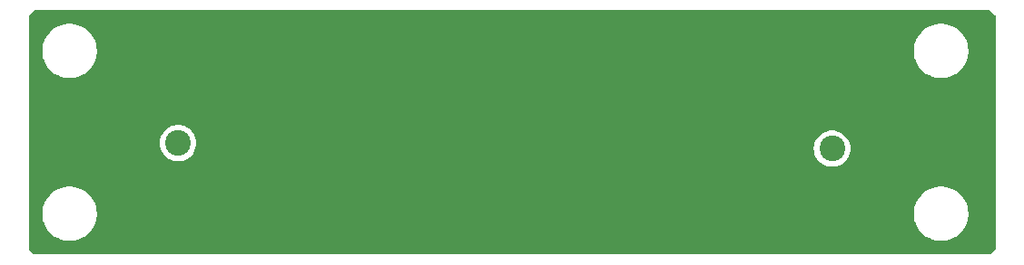
<source format=gbr>
%TF.GenerationSoftware,KiCad,Pcbnew,7.0.8-7.0.8~ubuntu22.04.1*%
%TF.CreationDate,2023-10-03T21:39:05-05:00*%
%TF.ProjectId,bandpass_filter,62616e64-7061-4737-935f-66696c746572,rev?*%
%TF.SameCoordinates,Original*%
%TF.FileFunction,Copper,L2,Bot*%
%TF.FilePolarity,Positive*%
%FSLAX46Y46*%
G04 Gerber Fmt 4.6, Leading zero omitted, Abs format (unit mm)*
G04 Created by KiCad (PCBNEW 7.0.8-7.0.8~ubuntu22.04.1) date 2023-10-03 21:39:05*
%MOMM*%
%LPD*%
G01*
G04 APERTURE LIST*
%TA.AperFunction,ComponentPad*%
%ADD10C,2.400000*%
%TD*%
%TA.AperFunction,ComponentPad*%
%ADD11C,2.850000*%
%TD*%
%TA.AperFunction,ViaPad*%
%ADD12C,0.800000*%
%TD*%
G04 APERTURE END LIST*
D10*
%TO.P,J3,1,1*%
%TO.N,Net-(J3-Pad1)*%
X38065000Y-59429307D03*
D11*
%TO.P,J3,2,2*%
%TO.N,GND*%
X35490000Y-56854307D03*
%TO.P,J3,3,3*%
X35490000Y-62004307D03*
%TO.P,J3,4,4*%
X40640000Y-62004307D03*
%TO.P,J3,5,5*%
X40640000Y-56854307D03*
%TD*%
D10*
%TO.P,J1,1,1*%
%TO.N,Net-(J1-Pad1)*%
X99060000Y-59941437D03*
D11*
%TO.P,J1,2,2*%
%TO.N,GND*%
X96485000Y-57366437D03*
%TO.P,J1,3,3*%
X96485000Y-62516437D03*
%TO.P,J1,4,4*%
X101635000Y-62516437D03*
%TO.P,J1,5,5*%
X101635000Y-57366437D03*
%TD*%
D12*
%TO.N,GND*%
X83820000Y-64770000D03*
X68580000Y-64770000D03*
X53340000Y-64770000D03*
X57150000Y-64770000D03*
X49530000Y-64770000D03*
X72390000Y-64770000D03*
X64770000Y-64770000D03*
X80010000Y-64770000D03*
X60960000Y-64770000D03*
X76200000Y-64770000D03*
%TD*%
%TA.AperFunction,Conductor*%
%TO.N,GND*%
G36*
X113815677Y-47009685D02*
G01*
X113836319Y-47026319D01*
X114263681Y-47453681D01*
X114297166Y-47515004D01*
X114300000Y-47541362D01*
X114300000Y-69298638D01*
X114280315Y-69365677D01*
X114263681Y-69386319D01*
X113836319Y-69813681D01*
X113774996Y-69847166D01*
X113748638Y-69850000D01*
X24681362Y-69850000D01*
X24614323Y-69830315D01*
X24593681Y-69813681D01*
X24166319Y-69386319D01*
X24132834Y-69324996D01*
X24130000Y-69298638D01*
X24130000Y-66040005D01*
X25394477Y-66040005D01*
X25414547Y-66359028D01*
X25414548Y-66359035D01*
X25425798Y-66418009D01*
X25426775Y-66425740D01*
X25427884Y-66443377D01*
X25434250Y-66462316D01*
X25474449Y-66673046D01*
X25573233Y-66977070D01*
X25709341Y-67266315D01*
X25709343Y-67266318D01*
X25709344Y-67266320D01*
X25741503Y-67316995D01*
X25745257Y-67323823D01*
X25747367Y-67328307D01*
X25748891Y-67329434D01*
X25754762Y-67337887D01*
X25880629Y-67536221D01*
X26080983Y-67778407D01*
X26084399Y-67782536D01*
X26317421Y-68001357D01*
X26317431Y-68001365D01*
X26576029Y-68189248D01*
X26576047Y-68189260D01*
X26856169Y-68343258D01*
X26856177Y-68343262D01*
X27138923Y-68455208D01*
X27153390Y-68460936D01*
X27463017Y-68540435D01*
X27529549Y-68548840D01*
X27780153Y-68580499D01*
X27780162Y-68580499D01*
X27780165Y-68580500D01*
X27780167Y-68580500D01*
X28099833Y-68580500D01*
X28099835Y-68580500D01*
X28099838Y-68580499D01*
X28099846Y-68580499D01*
X28289089Y-68556591D01*
X28416983Y-68540435D01*
X28726610Y-68460936D01*
X28871670Y-68403502D01*
X29023822Y-68343262D01*
X29023826Y-68343259D01*
X29023831Y-68343258D01*
X29303959Y-68189256D01*
X29562577Y-68001359D01*
X29795606Y-67782530D01*
X29999371Y-67536221D01*
X30125237Y-67337887D01*
X30130151Y-67333580D01*
X30134741Y-67323826D01*
X30138496Y-67316995D01*
X30170659Y-67266315D01*
X30306767Y-66977070D01*
X30405551Y-66673046D01*
X30465451Y-66359039D01*
X30473360Y-66233322D01*
X30473725Y-66229466D01*
X30475815Y-66212918D01*
X30475014Y-66207037D01*
X30485523Y-66040005D01*
X106674477Y-66040005D01*
X106694547Y-66359028D01*
X106694548Y-66359035D01*
X106705798Y-66418009D01*
X106706775Y-66425740D01*
X106707884Y-66443377D01*
X106714250Y-66462316D01*
X106754449Y-66673046D01*
X106853233Y-66977070D01*
X106989341Y-67266315D01*
X106989343Y-67266318D01*
X106989344Y-67266320D01*
X107021503Y-67316995D01*
X107025257Y-67323823D01*
X107027367Y-67328307D01*
X107028891Y-67329434D01*
X107034762Y-67337887D01*
X107160629Y-67536221D01*
X107360983Y-67778407D01*
X107364399Y-67782536D01*
X107597421Y-68001357D01*
X107597431Y-68001365D01*
X107856029Y-68189248D01*
X107856047Y-68189260D01*
X108136169Y-68343258D01*
X108136177Y-68343262D01*
X108418923Y-68455208D01*
X108433390Y-68460936D01*
X108743017Y-68540435D01*
X108809549Y-68548840D01*
X109060153Y-68580499D01*
X109060162Y-68580499D01*
X109060165Y-68580500D01*
X109060167Y-68580500D01*
X109379833Y-68580500D01*
X109379835Y-68580500D01*
X109379838Y-68580499D01*
X109379846Y-68580499D01*
X109569089Y-68556591D01*
X109696983Y-68540435D01*
X110006610Y-68460936D01*
X110151670Y-68403502D01*
X110303822Y-68343262D01*
X110303826Y-68343259D01*
X110303831Y-68343258D01*
X110583959Y-68189256D01*
X110842577Y-68001359D01*
X111075606Y-67782530D01*
X111279371Y-67536221D01*
X111405237Y-67337887D01*
X111410151Y-67333580D01*
X111414741Y-67323826D01*
X111418496Y-67316995D01*
X111450659Y-67266315D01*
X111586767Y-66977070D01*
X111685551Y-66673046D01*
X111745451Y-66359039D01*
X111753360Y-66233322D01*
X111753725Y-66229466D01*
X111755815Y-66212918D01*
X111755014Y-66207037D01*
X111765523Y-66040005D01*
X111765523Y-66039994D01*
X111755014Y-65872961D01*
X111756005Y-65868582D01*
X111753725Y-65850531D01*
X111753359Y-65846668D01*
X111745451Y-65720961D01*
X111685551Y-65406954D01*
X111586767Y-65102930D01*
X111450659Y-64813685D01*
X111418496Y-64763004D01*
X111414742Y-64756174D01*
X111412623Y-64751672D01*
X111411084Y-64750533D01*
X111405237Y-64742112D01*
X111279371Y-64543779D01*
X111075606Y-64297470D01*
X111075605Y-64297469D01*
X111075600Y-64297463D01*
X110842578Y-64078642D01*
X110842568Y-64078634D01*
X110583970Y-63890751D01*
X110583952Y-63890739D01*
X110303830Y-63736741D01*
X110303822Y-63736737D01*
X110006614Y-63619065D01*
X109977123Y-63611493D01*
X109696983Y-63539565D01*
X109696980Y-63539564D01*
X109696973Y-63539563D01*
X109379846Y-63499500D01*
X109379835Y-63499500D01*
X109060165Y-63499500D01*
X109060153Y-63499500D01*
X108743026Y-63539563D01*
X108743017Y-63539565D01*
X108433385Y-63619065D01*
X108136177Y-63736737D01*
X108136169Y-63736741D01*
X107856047Y-63890739D01*
X107856029Y-63890751D01*
X107597431Y-64078634D01*
X107597421Y-64078642D01*
X107364399Y-64297463D01*
X107160624Y-64543785D01*
X107034761Y-64742112D01*
X107029848Y-64746417D01*
X107025256Y-64756177D01*
X107021503Y-64763004D01*
X106989343Y-64813681D01*
X106989341Y-64813684D01*
X106989341Y-64813685D01*
X106898602Y-65006515D01*
X106853232Y-65102932D01*
X106754448Y-65406954D01*
X106754448Y-65406956D01*
X106714249Y-65617683D01*
X106708353Y-65629172D01*
X106706775Y-65654259D01*
X106705798Y-65661990D01*
X106694548Y-65720963D01*
X106694547Y-65720971D01*
X106674477Y-66039994D01*
X106674477Y-66040005D01*
X30485523Y-66040005D01*
X30485523Y-66039994D01*
X30475014Y-65872961D01*
X30476005Y-65868582D01*
X30473725Y-65850531D01*
X30473359Y-65846668D01*
X30465451Y-65720961D01*
X30405551Y-65406954D01*
X30306767Y-65102930D01*
X30170659Y-64813685D01*
X30138496Y-64763004D01*
X30134742Y-64756174D01*
X30132623Y-64751672D01*
X30131084Y-64750533D01*
X30125237Y-64742112D01*
X29999371Y-64543779D01*
X29795606Y-64297470D01*
X29795605Y-64297469D01*
X29795600Y-64297463D01*
X29562578Y-64078642D01*
X29562568Y-64078634D01*
X29303970Y-63890751D01*
X29303952Y-63890739D01*
X29023830Y-63736741D01*
X29023822Y-63736737D01*
X28726614Y-63619065D01*
X28697123Y-63611493D01*
X28416983Y-63539565D01*
X28416980Y-63539564D01*
X28416973Y-63539563D01*
X28099846Y-63499500D01*
X28099835Y-63499500D01*
X27780165Y-63499500D01*
X27780153Y-63499500D01*
X27463026Y-63539563D01*
X27463017Y-63539565D01*
X27153385Y-63619065D01*
X26856177Y-63736737D01*
X26856169Y-63736741D01*
X26576047Y-63890739D01*
X26576029Y-63890751D01*
X26317431Y-64078634D01*
X26317421Y-64078642D01*
X26084399Y-64297463D01*
X25880624Y-64543785D01*
X25754761Y-64742112D01*
X25749848Y-64746417D01*
X25745256Y-64756177D01*
X25741503Y-64763004D01*
X25709343Y-64813681D01*
X25709341Y-64813684D01*
X25709341Y-64813685D01*
X25618602Y-65006515D01*
X25573232Y-65102932D01*
X25474448Y-65406954D01*
X25474448Y-65406956D01*
X25434249Y-65617683D01*
X25428353Y-65629172D01*
X25426775Y-65654259D01*
X25425798Y-65661990D01*
X25414548Y-65720963D01*
X25414547Y-65720971D01*
X25394477Y-66039994D01*
X25394477Y-66040005D01*
X24130000Y-66040005D01*
X24130000Y-59429311D01*
X36359732Y-59429311D01*
X36378777Y-59683461D01*
X36378778Y-59683464D01*
X36435492Y-59931944D01*
X36528607Y-60169195D01*
X36656041Y-60389919D01*
X36814950Y-60589184D01*
X37001783Y-60762539D01*
X37212366Y-60906112D01*
X37212371Y-60906114D01*
X37212372Y-60906115D01*
X37212373Y-60906116D01*
X37334328Y-60964845D01*
X37441992Y-61016694D01*
X37441993Y-61016694D01*
X37441996Y-61016696D01*
X37685542Y-61091820D01*
X37937565Y-61129807D01*
X38192435Y-61129807D01*
X38444458Y-61091820D01*
X38688004Y-61016696D01*
X38917634Y-60906112D01*
X39128217Y-60762539D01*
X39315050Y-60589184D01*
X39473959Y-60389919D01*
X39601393Y-60169195D01*
X39690781Y-59941441D01*
X97354732Y-59941441D01*
X97373777Y-60195591D01*
X97373778Y-60195594D01*
X97430492Y-60444074D01*
X97523607Y-60681325D01*
X97651041Y-60902049D01*
X97809950Y-61101314D01*
X97996783Y-61274669D01*
X98207366Y-61418242D01*
X98207371Y-61418244D01*
X98207372Y-61418245D01*
X98207373Y-61418246D01*
X98329328Y-61476975D01*
X98436992Y-61528824D01*
X98436993Y-61528824D01*
X98436996Y-61528826D01*
X98680542Y-61603950D01*
X98932565Y-61641937D01*
X99187435Y-61641937D01*
X99439458Y-61603950D01*
X99683004Y-61528826D01*
X99912634Y-61418242D01*
X100123217Y-61274669D01*
X100310050Y-61101314D01*
X100468959Y-60902049D01*
X100596393Y-60681325D01*
X100689508Y-60444074D01*
X100746222Y-60195594D01*
X100765268Y-59941437D01*
X100746222Y-59687280D01*
X100689508Y-59438800D01*
X100596393Y-59201549D01*
X100468959Y-58980825D01*
X100310050Y-58781560D01*
X100123217Y-58608205D01*
X99912634Y-58464632D01*
X99912630Y-58464630D01*
X99912627Y-58464628D01*
X99912626Y-58464627D01*
X99683006Y-58354049D01*
X99683008Y-58354049D01*
X99439466Y-58278926D01*
X99439462Y-58278925D01*
X99439458Y-58278924D01*
X99318231Y-58260651D01*
X99187440Y-58240937D01*
X99187435Y-58240937D01*
X98932565Y-58240937D01*
X98932559Y-58240937D01*
X98775609Y-58264594D01*
X98680542Y-58278924D01*
X98680539Y-58278925D01*
X98680533Y-58278926D01*
X98436992Y-58354049D01*
X98207373Y-58464627D01*
X98207372Y-58464628D01*
X97996782Y-58608205D01*
X97809952Y-58781558D01*
X97809950Y-58781560D01*
X97651041Y-58980825D01*
X97523608Y-59201546D01*
X97430492Y-59438799D01*
X97430490Y-59438806D01*
X97373777Y-59687282D01*
X97354732Y-59941432D01*
X97354732Y-59941441D01*
X39690781Y-59941441D01*
X39694508Y-59931944D01*
X39751222Y-59683464D01*
X39770268Y-59429307D01*
X39751222Y-59175150D01*
X39694508Y-58926670D01*
X39601393Y-58689419D01*
X39473959Y-58468695D01*
X39315050Y-58269430D01*
X39128217Y-58096075D01*
X38917634Y-57952502D01*
X38917630Y-57952500D01*
X38917627Y-57952498D01*
X38917626Y-57952497D01*
X38688006Y-57841919D01*
X38688008Y-57841919D01*
X38444466Y-57766796D01*
X38444462Y-57766795D01*
X38444458Y-57766794D01*
X38323231Y-57748521D01*
X38192440Y-57728807D01*
X38192435Y-57728807D01*
X37937565Y-57728807D01*
X37937559Y-57728807D01*
X37780609Y-57752464D01*
X37685542Y-57766794D01*
X37685539Y-57766795D01*
X37685533Y-57766796D01*
X37441992Y-57841919D01*
X37212373Y-57952497D01*
X37212372Y-57952498D01*
X37001782Y-58096075D01*
X36814952Y-58269428D01*
X36814950Y-58269430D01*
X36656041Y-58468695D01*
X36528608Y-58689416D01*
X36435492Y-58926669D01*
X36435490Y-58926676D01*
X36378777Y-59175152D01*
X36359732Y-59429302D01*
X36359732Y-59429311D01*
X24130000Y-59429311D01*
X24130000Y-50800005D01*
X25394477Y-50800005D01*
X25414547Y-51119028D01*
X25414548Y-51119035D01*
X25425798Y-51178009D01*
X25426775Y-51185740D01*
X25427884Y-51203377D01*
X25434250Y-51222316D01*
X25474449Y-51433046D01*
X25573233Y-51737070D01*
X25709341Y-52026315D01*
X25709343Y-52026318D01*
X25709344Y-52026320D01*
X25741503Y-52076995D01*
X25745257Y-52083823D01*
X25747367Y-52088307D01*
X25748891Y-52089434D01*
X25754762Y-52097887D01*
X25880629Y-52296221D01*
X26080983Y-52538407D01*
X26084399Y-52542536D01*
X26317421Y-52761357D01*
X26317431Y-52761365D01*
X26576029Y-52949248D01*
X26576047Y-52949260D01*
X26856169Y-53103258D01*
X26856177Y-53103262D01*
X27138923Y-53215208D01*
X27153390Y-53220936D01*
X27463017Y-53300435D01*
X27529549Y-53308840D01*
X27780153Y-53340499D01*
X27780162Y-53340499D01*
X27780165Y-53340500D01*
X27780167Y-53340500D01*
X28099833Y-53340500D01*
X28099835Y-53340500D01*
X28099838Y-53340499D01*
X28099846Y-53340499D01*
X28289089Y-53316591D01*
X28416983Y-53300435D01*
X28726610Y-53220936D01*
X28871670Y-53163502D01*
X29023822Y-53103262D01*
X29023826Y-53103259D01*
X29023831Y-53103258D01*
X29303959Y-52949256D01*
X29562577Y-52761359D01*
X29795606Y-52542530D01*
X29999371Y-52296221D01*
X30125237Y-52097887D01*
X30130151Y-52093580D01*
X30134741Y-52083826D01*
X30138496Y-52076995D01*
X30170659Y-52026315D01*
X30306767Y-51737070D01*
X30405551Y-51433046D01*
X30465451Y-51119039D01*
X30473360Y-50993322D01*
X30473725Y-50989466D01*
X30475815Y-50972918D01*
X30475014Y-50967037D01*
X30485523Y-50800005D01*
X106674477Y-50800005D01*
X106694547Y-51119028D01*
X106694548Y-51119035D01*
X106705798Y-51178009D01*
X106706775Y-51185740D01*
X106707884Y-51203377D01*
X106714250Y-51222316D01*
X106754449Y-51433046D01*
X106853233Y-51737070D01*
X106989341Y-52026315D01*
X106989343Y-52026318D01*
X106989344Y-52026320D01*
X107021503Y-52076995D01*
X107025257Y-52083823D01*
X107027367Y-52088307D01*
X107028891Y-52089434D01*
X107034762Y-52097887D01*
X107160629Y-52296221D01*
X107360983Y-52538407D01*
X107364399Y-52542536D01*
X107597421Y-52761357D01*
X107597431Y-52761365D01*
X107856029Y-52949248D01*
X107856047Y-52949260D01*
X108136169Y-53103258D01*
X108136177Y-53103262D01*
X108418923Y-53215208D01*
X108433390Y-53220936D01*
X108743017Y-53300435D01*
X108809549Y-53308840D01*
X109060153Y-53340499D01*
X109060162Y-53340499D01*
X109060165Y-53340500D01*
X109060167Y-53340500D01*
X109379833Y-53340500D01*
X109379835Y-53340500D01*
X109379838Y-53340499D01*
X109379846Y-53340499D01*
X109569089Y-53316591D01*
X109696983Y-53300435D01*
X110006610Y-53220936D01*
X110151670Y-53163502D01*
X110303822Y-53103262D01*
X110303826Y-53103259D01*
X110303831Y-53103258D01*
X110583959Y-52949256D01*
X110842577Y-52761359D01*
X111075606Y-52542530D01*
X111279371Y-52296221D01*
X111405237Y-52097887D01*
X111410151Y-52093580D01*
X111414741Y-52083826D01*
X111418496Y-52076995D01*
X111450659Y-52026315D01*
X111586767Y-51737070D01*
X111685551Y-51433046D01*
X111745451Y-51119039D01*
X111753360Y-50993322D01*
X111753725Y-50989466D01*
X111755815Y-50972918D01*
X111755014Y-50967037D01*
X111765523Y-50800005D01*
X111765523Y-50799994D01*
X111755014Y-50632961D01*
X111756005Y-50628582D01*
X111753725Y-50610531D01*
X111753359Y-50606668D01*
X111745451Y-50480961D01*
X111685551Y-50166954D01*
X111586767Y-49862930D01*
X111450659Y-49573685D01*
X111418496Y-49523004D01*
X111414742Y-49516174D01*
X111412623Y-49511672D01*
X111411084Y-49510533D01*
X111405237Y-49502112D01*
X111279371Y-49303779D01*
X111075606Y-49057470D01*
X111075605Y-49057469D01*
X111075600Y-49057463D01*
X110842578Y-48838642D01*
X110842568Y-48838634D01*
X110583970Y-48650751D01*
X110583952Y-48650739D01*
X110303830Y-48496741D01*
X110303822Y-48496737D01*
X110006614Y-48379065D01*
X109977123Y-48371493D01*
X109696983Y-48299565D01*
X109696980Y-48299564D01*
X109696973Y-48299563D01*
X109379846Y-48259500D01*
X109379835Y-48259500D01*
X109060165Y-48259500D01*
X109060153Y-48259500D01*
X108743026Y-48299563D01*
X108743017Y-48299565D01*
X108433385Y-48379065D01*
X108136177Y-48496737D01*
X108136169Y-48496741D01*
X107856047Y-48650739D01*
X107856029Y-48650751D01*
X107597431Y-48838634D01*
X107597421Y-48838642D01*
X107364399Y-49057463D01*
X107160624Y-49303785D01*
X107034761Y-49502112D01*
X107029848Y-49506417D01*
X107025256Y-49516177D01*
X107021503Y-49523004D01*
X106989343Y-49573681D01*
X106989341Y-49573684D01*
X106989341Y-49573685D01*
X106898602Y-49766515D01*
X106853232Y-49862932D01*
X106754448Y-50166954D01*
X106754448Y-50166956D01*
X106714249Y-50377683D01*
X106708353Y-50389172D01*
X106706775Y-50414259D01*
X106705798Y-50421990D01*
X106694548Y-50480963D01*
X106694547Y-50480971D01*
X106674477Y-50799994D01*
X106674477Y-50800005D01*
X30485523Y-50800005D01*
X30485523Y-50799994D01*
X30475014Y-50632961D01*
X30476005Y-50628582D01*
X30473725Y-50610531D01*
X30473359Y-50606668D01*
X30465451Y-50480961D01*
X30405551Y-50166954D01*
X30306767Y-49862930D01*
X30170659Y-49573685D01*
X30138496Y-49523004D01*
X30134742Y-49516174D01*
X30132623Y-49511672D01*
X30131084Y-49510533D01*
X30125237Y-49502112D01*
X29999371Y-49303779D01*
X29795606Y-49057470D01*
X29795605Y-49057469D01*
X29795600Y-49057463D01*
X29562578Y-48838642D01*
X29562568Y-48838634D01*
X29303970Y-48650751D01*
X29303952Y-48650739D01*
X29023830Y-48496741D01*
X29023822Y-48496737D01*
X28726614Y-48379065D01*
X28697123Y-48371493D01*
X28416983Y-48299565D01*
X28416980Y-48299564D01*
X28416973Y-48299563D01*
X28099846Y-48259500D01*
X28099835Y-48259500D01*
X27780165Y-48259500D01*
X27780153Y-48259500D01*
X27463026Y-48299563D01*
X27463017Y-48299565D01*
X27153385Y-48379065D01*
X26856177Y-48496737D01*
X26856169Y-48496741D01*
X26576047Y-48650739D01*
X26576029Y-48650751D01*
X26317431Y-48838634D01*
X26317421Y-48838642D01*
X26084399Y-49057463D01*
X25880624Y-49303785D01*
X25754761Y-49502112D01*
X25749848Y-49506417D01*
X25745256Y-49516177D01*
X25741503Y-49523004D01*
X25709343Y-49573681D01*
X25709341Y-49573684D01*
X25709341Y-49573685D01*
X25618602Y-49766515D01*
X25573232Y-49862932D01*
X25474448Y-50166954D01*
X25474448Y-50166956D01*
X25434249Y-50377683D01*
X25428353Y-50389172D01*
X25426775Y-50414259D01*
X25425798Y-50421990D01*
X25414548Y-50480963D01*
X25414547Y-50480971D01*
X25394477Y-50799994D01*
X25394477Y-50800005D01*
X24130000Y-50800005D01*
X24130000Y-47541362D01*
X24149685Y-47474323D01*
X24166319Y-47453681D01*
X24593681Y-47026319D01*
X24655004Y-46992834D01*
X24681362Y-46990000D01*
X113748638Y-46990000D01*
X113815677Y-47009685D01*
G37*
%TD.AperFunction*%
%TD*%
M02*

</source>
